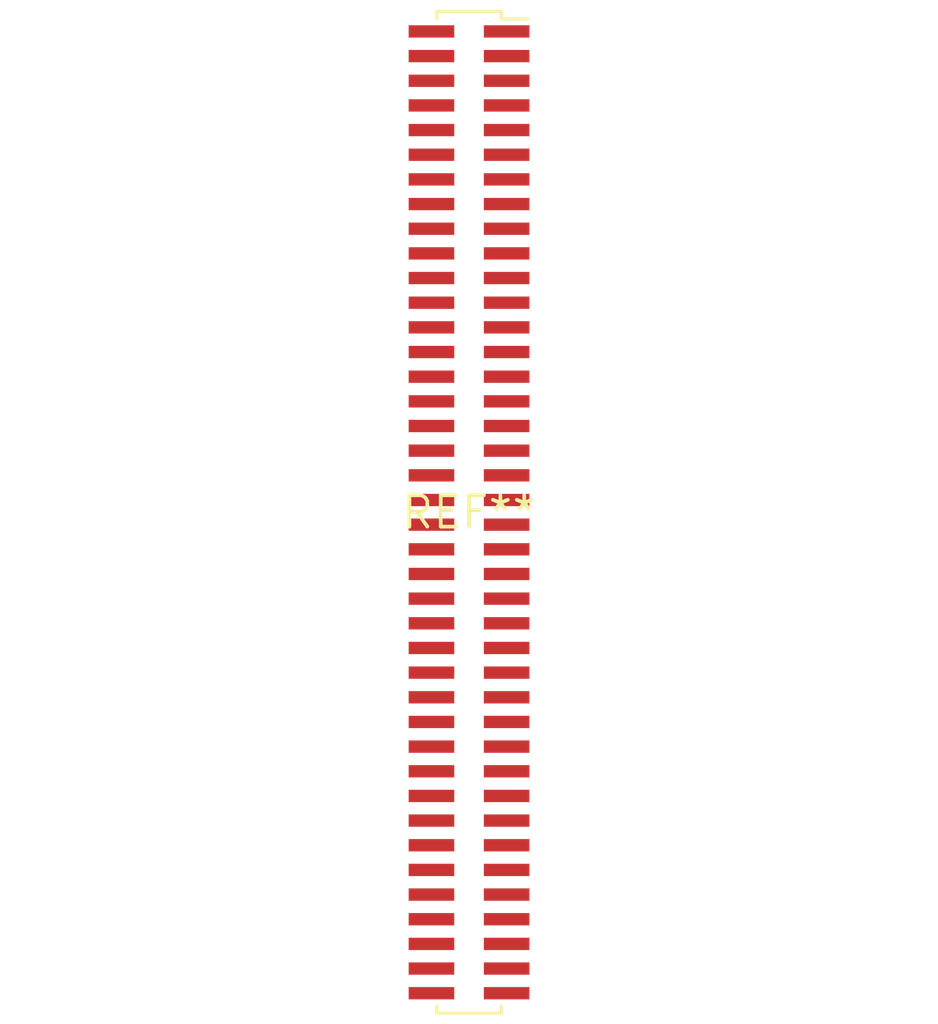
<source format=kicad_pcb>
(kicad_pcb (version 20240108) (generator pcbnew)
  (layers (0 "F.Cu" signal) (31 "B.Cu" signal) (34 "B.Paste" user) (35 "F.Paste" user) (36 "B.SilkS" user "B.Silkscreen") (37 "F.SilkS" user "F.Silkscreen") (38 "B.Mask" user) (39 "F.Mask" user) (44 "Edge.Cuts" user))
  (net 0 "")
  (footprint "PinSocket_2x40_P1.00mm_Vertical_SMD" (layer "F.Cu") (at 0 0)
    (property "Reference" "REF**")
    (property "Value" "PinSocket_2x40_P1.00mm_Vertical_SMD")
    (fp_line (start -1.31 -20.31) (end -1.31 -20.01) (layer "F.SilkS") (stroke (width 0.12)))
    (fp_line (start -1.31 -20.31) (end 1.31 -20.31) (layer "F.SilkS") (stroke (width 0.12)))
    (fp_line (start -1.31 20.01) (end -1.31 20.31) (layer "F.SilkS") (stroke (width 0.12)))
    (fp_line (start -1.31 20.31) (end 1.31 20.31) (layer "F.SilkS") (stroke (width 0.12)))
    (fp_line (start 1.31 -20.31) (end 1.31 -20.01) (layer "F.SilkS") (stroke (width 0.12)))
    (fp_line (start 1.31 -20.01) (end 2.39 -20.01) (layer "F.SilkS") (stroke (width 0.12)))
    (fp_line (start 1.31 20.01) (end 1.31 20.31) (layer "F.SilkS") (stroke (width 0.12)))
    (pad "1" smd rect (at 1.525 -19.5) (size 1.85 0.5) (layers "F.Cu" "F.Paste" "F.Mask"))
    (pad "2" smd rect (at -1.525 -19.5) (size 1.85 0.5) (layers "F.Cu" "F.Paste" "F.Mask"))
    (pad "3" smd rect (at 1.525 -18.5) (size 1.85 0.5) (layers "F.Cu" "F.Paste" "F.Mask"))
    (pad "4" smd rect (at -1.525 -18.5) (size 1.85 0.5) (layers "F.Cu" "F.Paste" "F.Mask"))
    (pad "5" smd rect (at 1.525 -17.5) (size 1.85 0.5) (layers "F.Cu" "F.Paste" "F.Mask"))
    (pad "6" smd rect (at -1.525 -17.5) (size 1.85 0.5) (layers "F.Cu" "F.Paste" "F.Mask"))
    (pad "7" smd rect (at 1.525 -16.5) (size 1.85 0.5) (layers "F.Cu" "F.Paste" "F.Mask"))
    (pad "8" smd rect (at -1.525 -16.5) (size 1.85 0.5) (layers "F.Cu" "F.Paste" "F.Mask"))
    (pad "9" smd rect (at 1.525 -15.5) (size 1.85 0.5) (layers "F.Cu" "F.Paste" "F.Mask"))
    (pad "10" smd rect (at -1.525 -15.5) (size 1.85 0.5) (layers "F.Cu" "F.Paste" "F.Mask"))
    (pad "11" smd rect (at 1.525 -14.5) (size 1.85 0.5) (layers "F.Cu" "F.Paste" "F.Mask"))
    (pad "12" smd rect (at -1.525 -14.5) (size 1.85 0.5) (layers "F.Cu" "F.Paste" "F.Mask"))
    (pad "13" smd rect (at 1.525 -13.5) (size 1.85 0.5) (layers "F.Cu" "F.Paste" "F.Mask"))
    (pad "14" smd rect (at -1.525 -13.5) (size 1.85 0.5) (layers "F.Cu" "F.Paste" "F.Mask"))
    (pad "15" smd rect (at 1.525 -12.5) (size 1.85 0.5) (layers "F.Cu" "F.Paste" "F.Mask"))
    (pad "16" smd rect (at -1.525 -12.5) (size 1.85 0.5) (layers "F.Cu" "F.Paste" "F.Mask"))
    (pad "17" smd rect (at 1.525 -11.5) (size 1.85 0.5) (layers "F.Cu" "F.Paste" "F.Mask"))
    (pad "18" smd rect (at -1.525 -11.5) (size 1.85 0.5) (layers "F.Cu" "F.Paste" "F.Mask"))
    (pad "19" smd rect (at 1.525 -10.5) (size 1.85 0.5) (layers "F.Cu" "F.Paste" "F.Mask"))
    (pad "20" smd rect (at -1.525 -10.5) (size 1.85 0.5) (layers "F.Cu" "F.Paste" "F.Mask"))
    (pad "21" smd rect (at 1.525 -9.5) (size 1.85 0.5) (layers "F.Cu" "F.Paste" "F.Mask"))
    (pad "22" smd rect (at -1.525 -9.5) (size 1.85 0.5) (layers "F.Cu" "F.Paste" "F.Mask"))
    (pad "23" smd rect (at 1.525 -8.5) (size 1.85 0.5) (layers "F.Cu" "F.Paste" "F.Mask"))
    (pad "24" smd rect (at -1.525 -8.5) (size 1.85 0.5) (layers "F.Cu" "F.Paste" "F.Mask"))
    (pad "25" smd rect (at 1.525 -7.5) (size 1.85 0.5) (layers "F.Cu" "F.Paste" "F.Mask"))
    (pad "26" smd rect (at -1.525 -7.5) (size 1.85 0.5) (layers "F.Cu" "F.Paste" "F.Mask"))
    (pad "27" smd rect (at 1.525 -6.5) (size 1.85 0.5) (layers "F.Cu" "F.Paste" "F.Mask"))
    (pad "28" smd rect (at -1.525 -6.5) (size 1.85 0.5) (layers "F.Cu" "F.Paste" "F.Mask"))
    (pad "29" smd rect (at 1.525 -5.5) (size 1.85 0.5) (layers "F.Cu" "F.Paste" "F.Mask"))
    (pad "30" smd rect (at -1.525 -5.5) (size 1.85 0.5) (layers "F.Cu" "F.Paste" "F.Mask"))
    (pad "31" smd rect (at 1.525 -4.5) (size 1.85 0.5) (layers "F.Cu" "F.Paste" "F.Mask"))
    (pad "32" smd rect (at -1.525 -4.5) (size 1.85 0.5) (layers "F.Cu" "F.Paste" "F.Mask"))
    (pad "33" smd rect (at 1.525 -3.5) (size 1.85 0.5) (layers "F.Cu" "F.Paste" "F.Mask"))
    (pad "34" smd rect (at -1.525 -3.5) (size 1.85 0.5) (layers "F.Cu" "F.Paste" "F.Mask"))
    (pad "35" smd rect (at 1.525 -2.5) (size 1.85 0.5) (layers "F.Cu" "F.Paste" "F.Mask"))
    (pad "36" smd rect (at -1.525 -2.5) (size 1.85 0.5) (layers "F.Cu" "F.Paste" "F.Mask"))
    (pad "37" smd rect (at 1.525 -1.5) (size 1.85 0.5) (layers "F.Cu" "F.Paste" "F.Mask"))
    (pad "38" smd rect (at -1.525 -1.5) (size 1.85 0.5) (layers "F.Cu" "F.Paste" "F.Mask"))
    (pad "39" smd rect (at 1.525 -0.5) (size 1.85 0.5) (layers "F.Cu" "F.Paste" "F.Mask"))
    (pad "40" smd rect (at -1.525 -0.5) (size 1.85 0.5) (layers "F.Cu" "F.Paste" "F.Mask"))
    (pad "41" smd rect (at 1.525 0.5) (size 1.85 0.5) (layers "F.Cu" "F.Paste" "F.Mask"))
    (pad "42" smd rect (at -1.525 0.5) (size 1.85 0.5) (layers "F.Cu" "F.Paste" "F.Mask"))
    (pad "43" smd rect (at 1.525 1.5) (size 1.85 0.5) (layers "F.Cu" "F.Paste" "F.Mask"))
    (pad "44" smd rect (at -1.525 1.5) (size 1.85 0.5) (layers "F.Cu" "F.Paste" "F.Mask"))
    (pad "45" smd rect (at 1.525 2.5) (size 1.85 0.5) (layers "F.Cu" "F.Paste" "F.Mask"))
    (pad "46" smd rect (at -1.525 2.5) (size 1.85 0.5) (layers "F.Cu" "F.Paste" "F.Mask"))
    (pad "47" smd rect (at 1.525 3.5) (size 1.85 0.5) (layers "F.Cu" "F.Paste" "F.Mask"))
    (pad "48" smd rect (at -1.525 3.5) (size 1.85 0.5) (layers "F.Cu" "F.Paste" "F.Mask"))
    (pad "49" smd rect (at 1.525 4.5) (size 1.85 0.5) (layers "F.Cu" "F.Paste" "F.Mask"))
    (pad "50" smd rect (at -1.525 4.5) (size 1.85 0.5) (layers "F.Cu" "F.Paste" "F.Mask"))
    (pad "51" smd rect (at 1.525 5.5) (size 1.85 0.5) (layers "F.Cu" "F.Paste" "F.Mask"))
    (pad "52" smd rect (at -1.525 5.5) (size 1.85 0.5) (layers "F.Cu" "F.Paste" "F.Mask"))
    (pad "53" smd rect (at 1.525 6.5) (size 1.85 0.5) (layers "F.Cu" "F.Paste" "F.Mask"))
    (pad "54" smd rect (at -1.525 6.5) (size 1.85 0.5) (layers "F.Cu" "F.Paste" "F.Mask"))
    (pad "55" smd rect (at 1.525 7.5) (size 1.85 0.5) (layers "F.Cu" "F.Paste" "F.Mask"))
    (pad "56" smd rect (at -1.525 7.5) (size 1.85 0.5) (layers "F.Cu" "F.Paste" "F.Mask"))
    (pad "57" smd rect (at 1.525 8.5) (size 1.85 0.5) (layers "F.Cu" "F.Paste" "F.Mask"))
    (pad "58" smd rect (at -1.525 8.5) (size 1.85 0.5) (layers "F.Cu" "F.Paste" "F.Mask"))
    (pad "59" smd rect (at 1.525 9.5) (size 1.85 0.5) (layers "F.Cu" "F.Paste" "F.Mask"))
    (pad "60" smd rect (at -1.525 9.5) (size 1.85 0.5) (layers "F.Cu" "F.Paste" "F.Mask"))
    (pad "61" smd rect (at 1.525 10.5) (size 1.85 0.5) (layers "F.Cu" "F.Paste" "F.Mask"))
    (pad "62" smd rect (at -1.525 10.5) (size 1.85 0.5) (layers "F.Cu" "F.Paste" "F.Mask"))
    (pad "63" smd rect (at 1.525 11.5) (size 1.85 0.5) (layers "F.Cu" "F.Paste" "F.Mask"))
    (pad "64" smd rect (at -1.525 11.5) (size 1.85 0.5) (layers "F.Cu" "F.Paste" "F.Mask"))
    (pad "65" smd rect (at 1.525 12.5) (size 1.85 0.5) (layers "F.Cu" "F.Paste" "F.Mask"))
    (pad "66" smd rect (at -1.525 12.5) (size 1.85 0.5) (layers "F.Cu" "F.Paste" "F.Mask"))
    (pad "67" smd rect (at 1.525 13.5) (size 1.85 0.5) (layers "F.Cu" "F.Paste" "F.Mask"))
    (pad "68" smd rect (at -1.525 13.5) (size 1.85 0.5) (layers "F.Cu" "F.Paste" "F.Mask"))
    (pad "69" smd rect (at 1.525 14.5) (size 1.85 0.5) (layers "F.Cu" "F.Paste" "F.Mask"))
    (pad "70" smd rect (at -1.525 14.5) (size 1.85 0.5) (layers "F.Cu" "F.Paste" "F.Mask"))
    (pad "71" smd rect (at 1.525 15.5) (size 1.85 0.5) (layers "F.Cu" "F.Paste" "F.Mask"))
    (pad "72" smd rect (at -1.525 15.5) (size 1.85 0.5) (layers "F.Cu" "F.Paste" "F.Mask"))
    (pad "73" smd rect (at 1.525 16.5) (size 1.85 0.5) (layers "F.Cu" "F.Paste" "F.Mask"))
    (pad "74" smd rect (at -1.525 16.5) (size 1.85 0.5) (layers "F.Cu" "F.Paste" "F.Mask"))
    (pad "75" smd rect (at 1.525 17.5) (size 1.85 0.5) (layers "F.Cu" "F.Paste" "F.Mask"))
    (pad "76" smd rect (at -1.525 17.5) (size 1.85 0.5) (layers "F.Cu" "F.Paste" "F.Mask"))
    (pad "77" smd rect (at 1.525 18.5) (size 1.85 0.5) (layers "F.Cu" "F.Paste" "F.Mask"))
    (pad "78" smd rect (at -1.525 18.5) (size 1.85 0.5) (layers "F.Cu" "F.Paste" "F.Mask"))
    (pad "79" smd rect (at 1.525 19.5) (size 1.85 0.5) (layers "F.Cu" "F.Paste" "F.Mask"))
    (pad "80" smd rect (at -1.525 19.5) (size 1.85 0.5) (layers "F.Cu" "F.Paste" "F.Mask"))
  )
)
</source>
